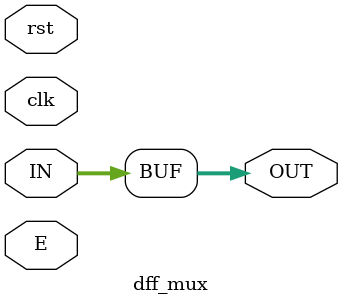
<source format=v>
module dff_mux (rst,clk,E,IN,OUT);

parameter WIDTH = 18;
parameter RSTTYPE = "SYNC";
parameter SEL = 0; 
input rst, clk, E;
input [WIDTH-1:0] IN;
output [WIDTH-1:0] OUT;

reg [WIDTH-1:0] Reg;

generate 
    if (RSTTYPE == "SYNC") begin
        always @(posedge clk) begin
            if (rst)
                Reg <= 0;
            else
            if (E)
                Reg <= IN;
        end
    end 
    else
    if (RSTTYPE == "ASYNC") begin
       always @(posedge clk or posedge rst) begin
            if (rst)
                Reg <= 0;
            else
            if (E)
                Reg <= IN;
       end
    end
endgenerate


assign OUT = (SEL)? Reg : IN;

endmodule
</source>
